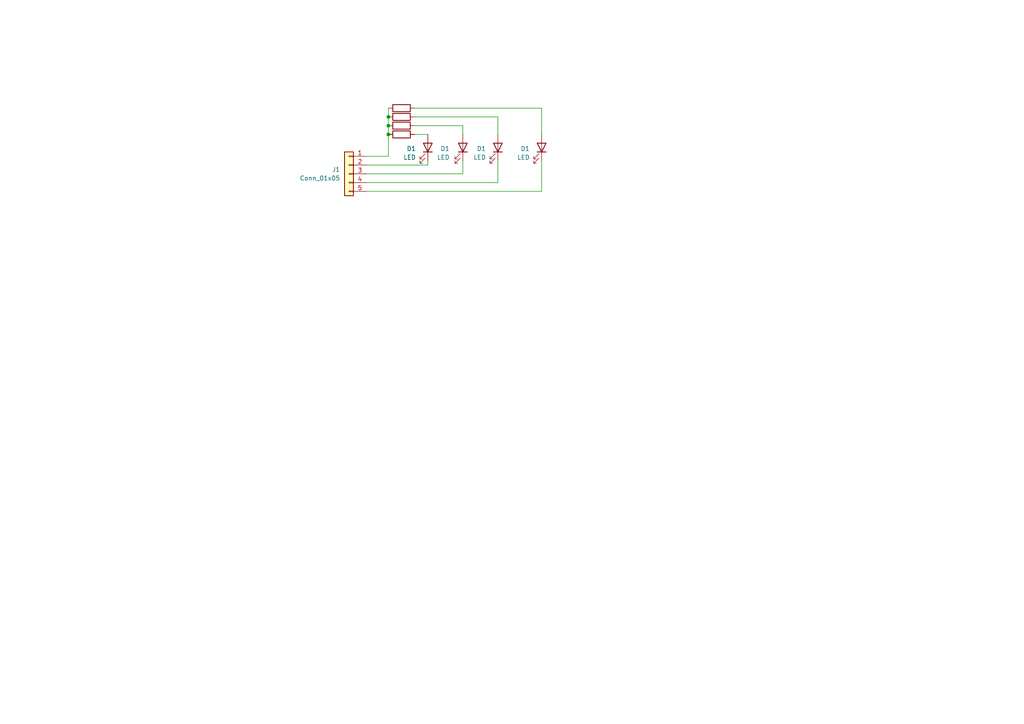
<source format=kicad_sch>
(kicad_sch (version 20230121) (generator eeschema)
  (paper "A4")
  (lib_symbols
    (symbol "Connector_Generic:Conn_01x05" (pin_names (offset 1.016) hide)
      (property "Reference" "J" (at 0 7.62 0))
      (property "Value" "Conn_01x05" (at 0 -7.62 0))
      (symbol "Conn_01x05_1_1"
        (rectangle (start -1.27 -4.953) (end 0 -5.207) (stroke (width 0.1524)))
        (rectangle (start -1.27 -2.413) (end 0 -2.667) (stroke (width 0.1524)))
        (rectangle (start -1.27 0.127) (end 0 -0.127) (stroke (width 0.1524)))
        (rectangle (start -1.27 2.667) (end 0 2.413) (stroke (width 0.1524)))
        (rectangle (start -1.27 5.207) (end 0 4.953) (stroke (width 0.1524)))
        (rectangle (start -1.27 6.35) (end 1.27 -6.35) (stroke (width 0.254)) (fill (type background)))
        (pin passive line (at -5.08 5.08 0) (length 3.81) (name "Pin_1") (number "1"))
        (pin passive line (at -5.08 2.54 0) (length 3.81) (name "Pin_2") (number "2"))
        (pin passive line (at -5.08 0 0) (length 3.81) (name "Pin_3") (number "3"))
        (pin passive line (at -5.08 -2.54 0) (length 3.81) (name "Pin_4") (number "4"))
        (pin passive line (at -5.08 -5.08 0) (length 3.81) (name "Pin_5") (number "5"))
      )
    )
    (symbol "Device:LED" (pin_numbers hide) (pin_names (offset 1.016) hide)
      (property "Reference" "D" (at 0 2.54 0))
      (property "Value" "LED" (at 0 -2.54 0))
      (symbol "LED_0_1"
        (polyline (pts (xy -1.27 -1.27) (xy -1.27 1.27)) (stroke (width 0.254)))
        (polyline (pts (xy -1.27 0) (xy 1.27 0)))
        (polyline (pts (xy 1.27 -1.27) (xy 1.27 1.27) (xy -1.27 0) (xy 1.27 -1.27)) (stroke (width 0.254)))
        (polyline (pts (xy -3.048 -0.762) (xy -4.572 -2.286) (xy -3.81 -2.286) (xy -4.572 -2.286) (xy -4.572 -1.524)))
        (polyline (pts (xy -1.778 -0.762) (xy -3.302 -2.286) (xy -2.54 -2.286) (xy -3.302 -2.286) (xy -3.302 -1.524)))
      )
      (symbol "LED_1_1"
        (pin passive line (at -3.81 0 0) (length 2.54) (name "K") (number "1"))
        (pin passive line (at 3.81 0 180) (length 2.54) (name "A") (number "2"))
      )
    )
    (symbol "Device:R" (pin_numbers hide) (pin_names (offset 0))
      (property "Reference" "R" (at 2.032 0 90))
      (property "Value" "R" (at 0 0 90))
      (symbol "R_0_1"
        (rectangle (start -1.016 -2.54) (end 1.016 2.54) (stroke (width 0.254)))
      )
      (symbol "R_1_1"
        (pin passive line (at 0 3.81 270) (length 1.27) (name "~") (number "1"))
        (pin passive line (at 0 -3.81 90) (length 1.27) (name "~") (number "2"))
      )
    )
  )
  (junction (at 112.649 38.989))
  (junction (at 112.649 36.449))
  (junction (at 112.649 33.909))
  (wire (pts (xy 124.079 38.989) (xy 120.269 38.989)))
  (wire (pts (xy 157.099 46.609) (xy 157.099 55.499)))
  (wire (pts (xy 144.399 46.609) (xy 144.399 52.959)))
  (wire (pts (xy 134.239 36.449) (xy 134.239 38.989)))
  (wire (pts (xy 157.099 55.499) (xy 106.299 55.499)))
  (wire (pts (xy 124.079 47.879) (xy 106.299 47.879)))
  (wire (pts (xy 112.649 31.369) (xy 112.649 33.909)))
  (wire (pts (xy 112.649 36.449) (xy 112.649 38.989)))
  (wire (pts (xy 120.269 33.909) (xy 144.399 33.909)))
  (wire (pts (xy 120.269 31.369) (xy 157.099 31.369)))
  (wire (pts (xy 134.239 46.609) (xy 134.239 50.419)))
  (wire (pts (xy 112.649 33.909) (xy 112.649 36.449)))
  (wire (pts (xy 134.239 50.419) (xy 106.299 50.419)))
  (wire (pts (xy 112.649 45.339) (xy 112.649 38.989)))
  (wire (pts (xy 144.399 52.959) (xy 106.299 52.959)))
  (wire (pts (xy 106.299 45.339) (xy 112.649 45.339)))
  (wire (pts (xy 144.399 33.909) (xy 144.399 38.989)))
  (wire (pts (xy 124.079 47.879) (xy 124.079 46.609)))
  (wire (pts (xy 157.099 31.369) (xy 157.099 38.989)))
  (wire (pts (xy 120.269 36.449) (xy 134.239 36.449)))
  (symbol (lib_id "Device:LED") (at 134.239 42.799 270) (mirror x) (unit 1)
    (property "Reference" "D1" (at 130.429 43.1165 90) (effects (justify right)))
    (property "Value" "LED" (at 130.429 45.6565 90) (effects (justify right)))
    (property "Footprint" "custom_kicad_lib_sk:LED_NO_SILK" (effects hide))
    (instances (project "signal PCB" (path "" (reference "D1") (unit 1)) (path "" (reference "D2") (unit 1)) (path "" (reference "D?") (unit 1)) (path "" (reference "D902") (unit 1))))
  )
  (symbol (lib_id "Connector_Generic:Conn_01x05") (at 101.219 50.419 0) (mirror y) (unit 1)
    (property "Reference" "J1" (at 98.679 49.149 0) (effects (justify left)))
    (property "Value" "Conn_01x05" (at 98.679 51.689 0) (effects (justify left)))
    (property "Footprint" "Connector_PinHeader_2.54mm:PinHeader_1x05_P2.54mm_Vertical" (effects hide))
    (instances (project "signal PCB" (path "" (reference "J1") (unit 1)) (path "" (reference "J?") (unit 1)) (path "" (reference "J901") (unit 1))))
  )
  (symbol (lib_id "Device:R") (at 116.459 36.449 270) (mirror x) (unit 1)
    (property "Reference" "R1" (effects hide))
    (property "Value" "R" (effects hide))
    (property "Footprint" "Resistor_SMD:R_0805_2012Metric_Pad1.20x1.40mm_HandSolder" (effects hide))
    (instances (project "signal PCB" (path "" (reference "R1") (unit 1)) (path "" (reference "R?") (unit 1)) (path "" (reference "R903") (unit 1))))
  )
  (symbol (lib_id "Device:LED") (at 124.079 42.799 270) (mirror x) (unit 1)
    (property "Reference" "D1" (at 120.65 43.1165 90) (effects (justify right)))
    (property "Value" "LED" (at 120.65 45.6565 90) (effects (justify right)))
    (property "Footprint" "custom_kicad_lib_sk:LED_NO_SILK" (effects hide))
    (instances (project "signal PCB" (path "" (reference "D1") (unit 1)) (path "" (reference "D1") (unit 1)) (path "" (reference "D?") (unit 1)) (path "" (reference "D901") (unit 1))))
  )
  (symbol (lib_id "Device:R") (at 116.459 38.989 270) (mirror x) (unit 1)
    (property "Reference" "R1" (effects hide))
    (property "Value" "R" (effects hide))
    (property "Footprint" "Resistor_SMD:R_0805_2012Metric_Pad1.20x1.40mm_HandSolder" (effects hide))
    (instances (project "signal PCB" (path "" (reference "R1") (unit 1)) (path "" (reference "R?") (unit 1)) (path "" (reference "R904") (unit 1))))
  )
  (symbol (lib_id "Device:R") (at 116.459 33.909 270) (mirror x) (unit 1)
    (property "Reference" "R1" (effects hide))
    (property "Value" "R" (effects hide))
    (property "Footprint" "Resistor_SMD:R_0805_2012Metric_Pad1.20x1.40mm_HandSolder" (effects hide))
    (instances (project "signal PCB" (path "" (reference "R1") (unit 1)) (path "" (reference "R?") (unit 1)) (path "" (reference "R902") (unit 1))))
  )
  (symbol (lib_id "Device:LED") (at 157.099 42.799 270) (mirror x) (unit 1)
    (property "Reference" "D1" (at 153.67 43.1165 90) (effects (justify right)))
    (property "Value" "LED" (at 153.67 45.6565 90) (effects (justify right)))
    (property "Footprint" "custom_kicad_lib_sk:LED_NO_SILK" (effects hide))
    (instances (project "signal PCB" (path "" (reference "D1") (unit 1)) (path "" (reference "D3") (unit 1)) (path "" (reference "D?") (unit 1)) (path "" (reference "D904") (unit 1))))
  )
  (symbol (lib_id "Device:LED") (at 144.399 42.799 270) (mirror x) (unit 1)
    (property "Reference" "D1" (at 140.97 43.1165 90) (effects (justify right)))
    (property "Value" "LED" (at 140.97 45.6565 90) (effects (justify right)))
    (property "Footprint" "custom_kicad_lib_sk:LED_NO_SILK" (effects hide))
    (instances (project "signal PCB" (path "" (reference "D1") (unit 1)) (path "" (reference "D3") (unit 1)) (path "" (reference "D?") (unit 1)) (path "" (reference "D903") (unit 1))))
  )
  (symbol (lib_id "Device:R") (at 116.459 31.369 270) (mirror x) (unit 1)
    (property "Reference" "R1" (effects hide))
    (property "Value" "R" (effects hide))
    (property "Footprint" "Resistor_SMD:R_0805_2012Metric_Pad1.20x1.40mm_HandSolder" (effects hide))
    (instances (project "signal PCB" (path "" (reference "R1") (unit 1)) (path "" (reference "R?") (unit 1)) (path "" (reference "R901") (unit 1))))
  )
)
</source>
